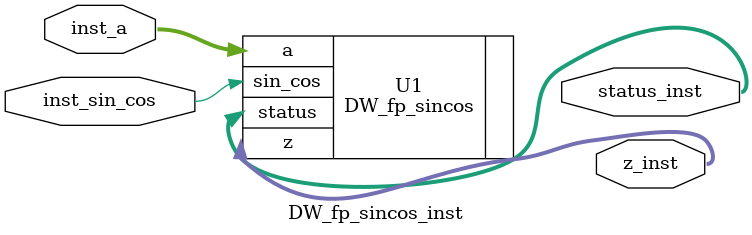
<source format=v>
module DW_fp_sincos_inst( inst_a, inst_sin_cos, z_inst, status_inst );

parameter sig_width = 23;
parameter exp_width = 8;
parameter ieee_compliance = 0;
parameter pi_multiple = 1;
parameter arch = 0;
parameter err_range = 1;

input [sig_width+exp_width : 0] inst_a;
input inst_sin_cos;
output [sig_width+exp_width : 0] z_inst;
output [7 : 0] status_inst;

    // Instance of DW_fp_sincos
    DW_fp_sincos #(sig_width, exp_width, ieee_compliance, pi_multiple, arch, err_range)
	  U1 ( .a(inst_a), .sin_cos(inst_sin_cos), .z(z_inst), .status(status_inst) );

endmodule

</source>
